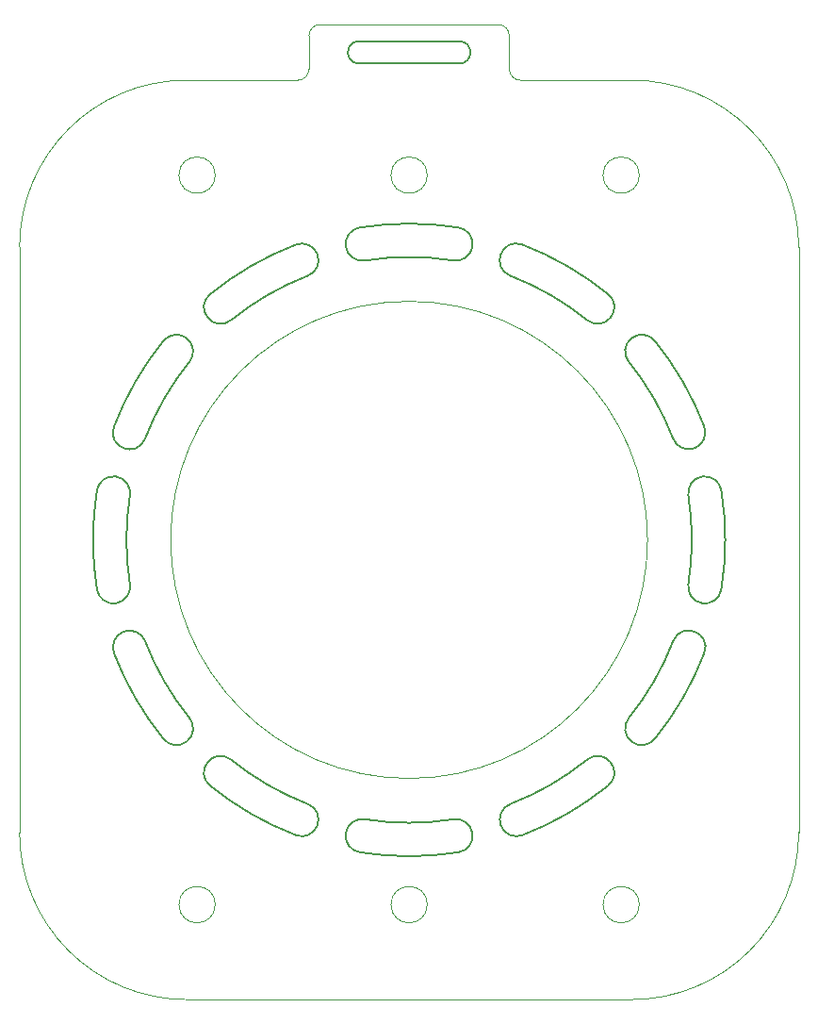
<source format=gbr>
%TF.GenerationSoftware,KiCad,Pcbnew,7.0.6*%
%TF.CreationDate,2024-02-05T15:03:35-06:00*%
%TF.ProjectId,BottomProbeCard,426f7474-6f6d-4507-926f-626543617264,rev?*%
%TF.SameCoordinates,Original*%
%TF.FileFunction,Profile,NP*%
%FSLAX46Y46*%
G04 Gerber Fmt 4.6, Leading zero omitted, Abs format (unit mm)*
G04 Created by KiCad (PCBNEW 7.0.6) date 2024-02-05 15:03:35*
%MOMM*%
%LPD*%
G01*
G04 APERTURE LIST*
%TA.AperFunction,Profile*%
%ADD10C,0.150000*%
%TD*%
%TA.AperFunction,Profile*%
%ADD11C,0.100000*%
%TD*%
%TA.AperFunction,Profile*%
%ADD12C,0.200000*%
%TD*%
%TA.AperFunction,Profile*%
%ADD13C,0.010000*%
%TD*%
G04 APERTURE END LIST*
D10*
X52929064Y-97872709D02*
G75*
G03*
X55260498Y-95984749I1165726J943969D01*
G01*
D11*
X66000000Y-37724987D02*
X66000000Y-34724987D01*
D10*
X97070936Y-62127291D02*
G75*
G03*
X94739502Y-64015251I-1165726J-943969D01*
G01*
D12*
X79500000Y-37225013D02*
G75*
G03*
X79500000Y-35224987I0J1000013D01*
G01*
D10*
X90984727Y-60260484D02*
G75*
G03*
X92872688Y-57929048I943973J1165724D01*
G01*
D12*
X70500000Y-35225013D02*
G75*
G03*
X70500000Y-37224987I0J-999987D01*
G01*
D10*
X46949685Y-84442747D02*
G75*
G03*
X49912714Y-83973448I1481515J234647D01*
G01*
X64822360Y-106513696D02*
G75*
G03*
X65897464Y-103712950I537570J1400366D01*
G01*
D13*
X55000000Y-121274987D02*
X95000000Y-121274987D01*
D10*
X92872690Y-57929045D02*
G75*
G03*
X85177639Y-53486310I-17872690J-22070955D01*
G01*
X59015273Y-99739516D02*
G75*
G03*
X57127312Y-102070952I-943973J-1165724D01*
G01*
X51287082Y-89102551D02*
G75*
G03*
X48486322Y-90177661I-1400382J-537549D01*
G01*
X65897441Y-56287061D02*
G75*
G03*
X59015252Y-60260500I9102559J-23712939D01*
G01*
X59015281Y-99739505D02*
G75*
G03*
X65897465Y-103712949I15984719J19739405D01*
G01*
X90984719Y-60260495D02*
G75*
G03*
X84102535Y-56287051I-15984719J-19739405D01*
G01*
D13*
X40000013Y-106274987D02*
G75*
G03*
X55000000Y-121274987I14999987J-13D01*
G01*
D10*
X55260495Y-64015281D02*
G75*
G03*
X51287051Y-70897465I19739405J-15984719D01*
G01*
X103050315Y-75557253D02*
G75*
G03*
X100087286Y-76026552I-1481515J-234647D01*
G01*
D13*
X95000000Y-121274990D02*
G75*
G03*
X110000000Y-106274987I0J15000000D01*
G01*
X55000000Y-38724990D02*
G75*
G03*
X40000000Y-53724987I0J-15000000D01*
G01*
D10*
X71026582Y-105087260D02*
G75*
G03*
X70557274Y-108050349I-234682J-1481540D01*
G01*
X48486336Y-69822372D02*
G75*
G03*
X51287050Y-70897464I1400364J-537528D01*
G01*
X70557274Y-108050348D02*
G75*
G03*
X79442752Y-108050348I4442739J28050361D01*
G01*
X55260532Y-64015312D02*
G75*
G03*
X52929048Y-62127312I-1165732J944012D01*
G01*
X71026578Y-105087283D02*
G75*
G03*
X78973448Y-105087283I3973435J25087290D01*
G01*
X64822338Y-53486319D02*
G75*
G03*
X57127291Y-57929062I10177662J-26513681D01*
G01*
D13*
X96420000Y-79999987D02*
G75*
G03*
X96420000Y-79999987I-21420000J0D01*
G01*
X95681950Y-47249987D02*
G75*
G03*
X95681950Y-47249987I-1631950J0D01*
G01*
D10*
X70557253Y-51949685D02*
G75*
G03*
X71026552Y-54912714I234647J-1481515D01*
G01*
D11*
X65000000Y-38725000D02*
G75*
G03*
X66000000Y-37724987I0J1000000D01*
G01*
D13*
X40000000Y-53724987D02*
X40000000Y-106274987D01*
D10*
X97070955Y-97872690D02*
G75*
G03*
X101513690Y-90177639I-22070955J17872690D01*
G01*
X52929045Y-62127310D02*
G75*
G03*
X48486310Y-69822361I22070955J-17872690D01*
G01*
D12*
X79500000Y-37224987D02*
X70500000Y-37224987D01*
D10*
X78973422Y-54912717D02*
G75*
G03*
X71026552Y-54912717I-3973435J-25087290D01*
G01*
D11*
X67000000Y-33724987D02*
X83000000Y-33724987D01*
D10*
X49912740Y-76026582D02*
G75*
G03*
X46949651Y-75557274I-1481540J234682D01*
G01*
X78973418Y-54912740D02*
G75*
G03*
X79442726Y-51949651I234682J1481540D01*
G01*
X51287061Y-89102559D02*
G75*
G03*
X55260500Y-95984748I23712939J9102559D01*
G01*
X100087260Y-83973418D02*
G75*
G03*
X103050349Y-84442726I1481540J-234682D01*
G01*
X92872667Y-102070885D02*
G75*
G03*
X90984749Y-99739502I-943967J1165685D01*
G01*
X101513664Y-90177628D02*
G75*
G03*
X98712950Y-89102536I-1400364J537528D01*
G01*
D11*
X65000000Y-38724987D02*
X55000000Y-38724987D01*
D10*
X94739468Y-95984688D02*
G75*
G03*
X97070952Y-97872688I1165732J-944012D01*
G01*
D11*
X84000000Y-34724987D02*
X84000000Y-37724987D01*
D10*
X46949651Y-75557274D02*
G75*
G03*
X46949651Y-84442752I28050359J-4442736D01*
G01*
D13*
X76631950Y-47249987D02*
G75*
G03*
X76631950Y-47249987I-1631950J0D01*
G01*
D11*
X84000013Y-37724987D02*
G75*
G03*
X85000000Y-38724987I999987J-13D01*
G01*
D13*
X57581950Y-112749987D02*
G75*
G03*
X57581950Y-112749987I-1631950J0D01*
G01*
D12*
X70500000Y-35224987D02*
X79500000Y-35224987D01*
D10*
X103050349Y-84442726D02*
G75*
G03*
X103050349Y-75557248I-28050359J4442736D01*
G01*
X85177662Y-106513681D02*
G75*
G03*
X92872709Y-102070938I-10177662J26513681D01*
G01*
X100087285Y-83973422D02*
G75*
G03*
X100087284Y-76026552I-25087295J3973432D01*
G01*
D13*
X110000000Y-106274987D02*
X110000000Y-53724987D01*
X57581950Y-47249987D02*
G75*
G03*
X57581950Y-47249987I-1631950J0D01*
G01*
D11*
X84000013Y-34724987D02*
G75*
G03*
X83000000Y-33724987I-1000013J-13D01*
G01*
D10*
X48486319Y-90177662D02*
G75*
G03*
X52929062Y-97872709I26513681J10177662D01*
G01*
X85177628Y-53486336D02*
G75*
G03*
X84102536Y-56287050I-537528J-1400364D01*
G01*
X101513681Y-69822338D02*
G75*
G03*
X97070938Y-62127291I-26513681J-10177662D01*
G01*
X65897449Y-56287082D02*
G75*
G03*
X64822339Y-53486322I-537549J1400382D01*
G01*
D13*
X110000013Y-53724987D02*
G75*
G03*
X95000000Y-38724987I-15000013J-13D01*
G01*
D10*
X57127310Y-102070955D02*
G75*
G03*
X64822361Y-106513690I17872690J22070955D01*
G01*
X57127333Y-57929115D02*
G75*
G03*
X59015251Y-60260498I943967J-1165685D01*
G01*
X79442747Y-108050315D02*
G75*
G03*
X78973448Y-105087286I-234647J1481515D01*
G01*
X49912715Y-76026578D02*
G75*
G03*
X49912716Y-83973448I25087295J-3973432D01*
G01*
D13*
X95681950Y-112749987D02*
G75*
G03*
X95681950Y-112749987I-1631950J0D01*
G01*
D11*
X67000000Y-33725000D02*
G75*
G03*
X66000000Y-34724987I0J-1000000D01*
G01*
D10*
X94739505Y-95984719D02*
G75*
G03*
X98712949Y-89102535I-19739405J15984719D01*
G01*
D13*
X76631950Y-112749987D02*
G75*
G03*
X76631950Y-112749987I-1631950J0D01*
G01*
D10*
X84102551Y-103712918D02*
G75*
G03*
X85177661Y-106513678I537549J-1400382D01*
G01*
D11*
X85000000Y-38724987D02*
X95000000Y-38724987D01*
D10*
X79442726Y-51949652D02*
G75*
G03*
X70557248Y-51949652I-4442739J-28050361D01*
G01*
X84102559Y-103712939D02*
G75*
G03*
X90984748Y-99739500I-9102559J23712939D01*
G01*
X98712939Y-70897441D02*
G75*
G03*
X94739500Y-64015252I-23712939J-9102559D01*
G01*
X98712918Y-70897449D02*
G75*
G03*
X101513678Y-69822339I1400382J537549D01*
G01*
M02*

</source>
